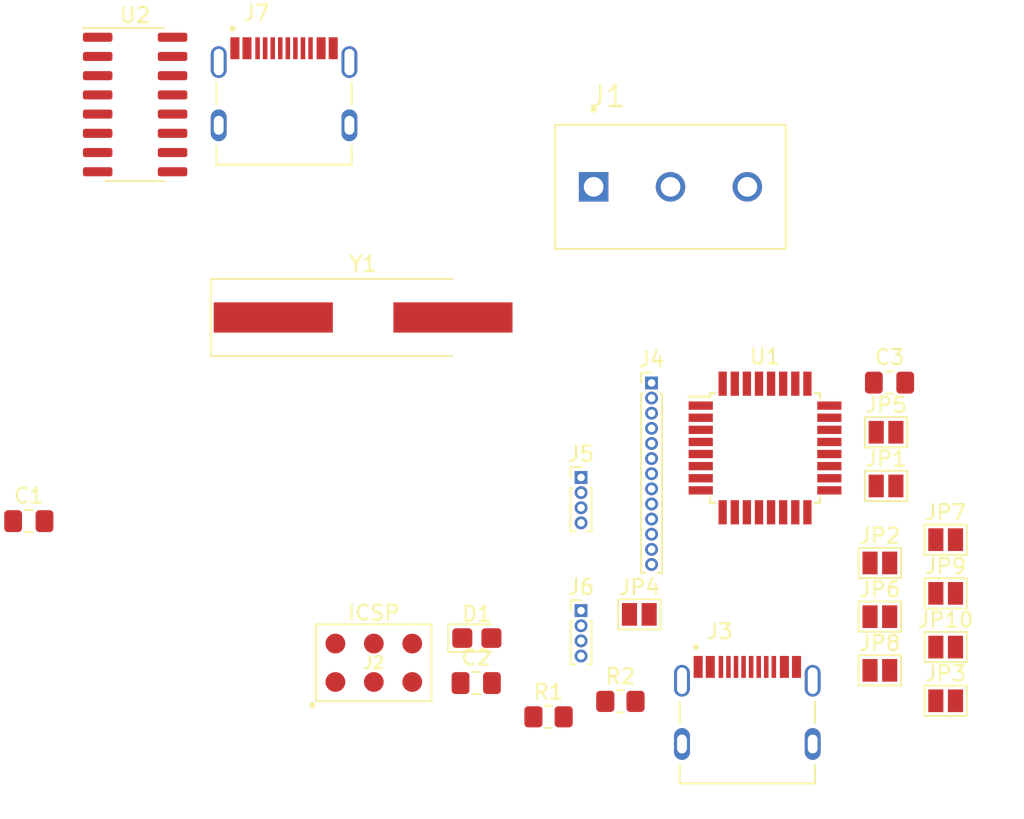
<source format=kicad_pcb>
(kicad_pcb (version 20171130) (host pcbnew "(5.1.10)-1")

  (general
    (thickness 1.6)
    (drawings 0)
    (tracks 0)
    (zones 0)
    (modules 26)
    (nets 73)
  )

  (page A4)
  (layers
    (0 F.Cu signal)
    (31 B.Cu signal)
    (32 B.Adhes user)
    (33 F.Adhes user)
    (34 B.Paste user)
    (35 F.Paste user)
    (36 B.SilkS user)
    (37 F.SilkS user)
    (38 B.Mask user)
    (39 F.Mask user)
    (40 Dwgs.User user)
    (41 Cmts.User user)
    (42 Eco1.User user)
    (43 Eco2.User user)
    (44 Edge.Cuts user)
    (45 Margin user)
    (46 B.CrtYd user)
    (47 F.CrtYd user)
    (48 B.Fab user)
    (49 F.Fab user)
  )

  (setup
    (last_trace_width 0.25)
    (trace_clearance 0.2)
    (zone_clearance 0.508)
    (zone_45_only no)
    (trace_min 0.2)
    (via_size 0.8)
    (via_drill 0.4)
    (via_min_size 0.4)
    (via_min_drill 0.3)
    (uvia_size 0.3)
    (uvia_drill 0.1)
    (uvias_allowed no)
    (uvia_min_size 0.2)
    (uvia_min_drill 0.1)
    (edge_width 0.05)
    (segment_width 0.2)
    (pcb_text_width 0.3)
    (pcb_text_size 1.5 1.5)
    (mod_edge_width 0.12)
    (mod_text_size 1 1)
    (mod_text_width 0.15)
    (pad_size 1.524 1.524)
    (pad_drill 0.762)
    (pad_to_mask_clearance 0)
    (aux_axis_origin 0 0)
    (visible_elements 7FFFFFFF)
    (pcbplotparams
      (layerselection 0x010fc_ffffffff)
      (usegerberextensions false)
      (usegerberattributes true)
      (usegerberadvancedattributes true)
      (creategerberjobfile true)
      (excludeedgelayer true)
      (linewidth 0.100000)
      (plotframeref false)
      (viasonmask false)
      (mode 1)
      (useauxorigin false)
      (hpglpennumber 1)
      (hpglpenspeed 20)
      (hpglpendiameter 15.000000)
      (psnegative false)
      (psa4output false)
      (plotreference true)
      (plotvalue true)
      (plotinvisibletext false)
      (padsonsilk false)
      (subtractmaskfromsilk false)
      (outputformat 1)
      (mirror false)
      (drillshape 1)
      (scaleselection 1)
      (outputdirectory ""))
  )

  (net 0 "")
  (net 1 "Net-(J1-Pad1)")
  (net 2 "Net-(J1-Pad2)")
  (net 3 "Net-(J1-Pad3)")
  (net 4 XTAL1)
  (net 5 GND)
  (net 6 XTAL2)
  (net 7 VCC)
  (net 8 "Net-(D1-Pad2)")
  (net 9 MOSI)
  (net 10 SCK)
  (net 11 MISO)
  (net 12 RST)
  (net 13 ENC1A)
  (net 14 ENC1B)
  (net 15 ENC2A)
  (net 16 ENC2B)
  (net 17 ENC3A)
  (net 18 ENC3B)
  (net 19 ENC4A)
  (net 20 ENC4B)
  (net 21 BTN1)
  (net 22 BTN2)
  (net 23 BTN3)
  (net 24 BTN4)
  (net 25 RX)
  (net 26 TX)
  (net 27 SCL)
  (net 28 SDA)
  (net 29 "Net-(U1-Pad14)")
  (net 30 "Net-(U1-Pad19)")
  (net 31 "Net-(U1-Pad20)")
  (net 32 "Net-(U1-Pad22)")
  (net 33 "Net-(J3-PadA6)")
  (net 34 "Net-(J3-PadB7)")
  (net 35 "Net-(J3-PadA5)")
  (net 36 "Net-(J3-PadB8)")
  (net 37 "Net-(J3-PadA7)")
  (net 38 "Net-(J3-PadB6)")
  (net 39 "Net-(J3-PadA8)")
  (net 40 "Net-(J3-PadB5)")
  (net 41 "Net-(J7-PadA1B12)")
  (net 42 "Net-(J7-PadA4B9)")
  (net 43 "Net-(J7-PadA6)")
  (net 44 "Net-(J7-PadB7)")
  (net 45 "Net-(J7-PadA5)")
  (net 46 "Net-(J7-PadB8)")
  (net 47 "Net-(J7-PadA7)")
  (net 48 "Net-(J7-PadB6)")
  (net 49 "Net-(J7-PadA8)")
  (net 50 "Net-(J7-PadB5)")
  (net 51 "Net-(J7-PadB4A9)")
  (net 52 "Net-(J7-PadB1A12)")
  (net 53 "Net-(J7-PadS1)")
  (net 54 "Net-(J7-PadS2)")
  (net 55 "Net-(J7-PadS3)")
  (net 56 "Net-(J7-PadS4)")
  (net 57 "Net-(U2-Pad1)")
  (net 58 "Net-(U2-Pad2)")
  (net 59 "Net-(U2-Pad3)")
  (net 60 "Net-(U2-Pad4)")
  (net 61 "Net-(U2-Pad5)")
  (net 62 "Net-(U2-Pad6)")
  (net 63 "Net-(U2-Pad7)")
  (net 64 "Net-(U2-Pad8)")
  (net 65 "Net-(U2-Pad9)")
  (net 66 "Net-(U2-Pad10)")
  (net 67 "Net-(U2-Pad11)")
  (net 68 "Net-(U2-Pad12)")
  (net 69 "Net-(U2-Pad13)")
  (net 70 "Net-(U2-Pad14)")
  (net 71 "Net-(U2-Pad15)")
  (net 72 "Net-(U2-Pad16)")

  (net_class Default "This is the default net class."
    (clearance 0.2)
    (trace_width 0.25)
    (via_dia 0.8)
    (via_drill 0.4)
    (uvia_dia 0.3)
    (uvia_drill 0.1)
    (add_net BTN1)
    (add_net BTN2)
    (add_net BTN3)
    (add_net BTN4)
    (add_net ENC1A)
    (add_net ENC1B)
    (add_net ENC2A)
    (add_net ENC2B)
    (add_net ENC3A)
    (add_net ENC3B)
    (add_net ENC4A)
    (add_net ENC4B)
    (add_net GND)
    (add_net MISO)
    (add_net MOSI)
    (add_net "Net-(D1-Pad2)")
    (add_net "Net-(J1-Pad1)")
    (add_net "Net-(J1-Pad2)")
    (add_net "Net-(J1-Pad3)")
    (add_net "Net-(J3-PadA5)")
    (add_net "Net-(J3-PadA6)")
    (add_net "Net-(J3-PadA7)")
    (add_net "Net-(J3-PadA8)")
    (add_net "Net-(J3-PadB5)")
    (add_net "Net-(J3-PadB6)")
    (add_net "Net-(J3-PadB7)")
    (add_net "Net-(J3-PadB8)")
    (add_net "Net-(J7-PadA1B12)")
    (add_net "Net-(J7-PadA4B9)")
    (add_net "Net-(J7-PadA5)")
    (add_net "Net-(J7-PadA6)")
    (add_net "Net-(J7-PadA7)")
    (add_net "Net-(J7-PadA8)")
    (add_net "Net-(J7-PadB1A12)")
    (add_net "Net-(J7-PadB4A9)")
    (add_net "Net-(J7-PadB5)")
    (add_net "Net-(J7-PadB6)")
    (add_net "Net-(J7-PadB7)")
    (add_net "Net-(J7-PadB8)")
    (add_net "Net-(J7-PadS1)")
    (add_net "Net-(J7-PadS2)")
    (add_net "Net-(J7-PadS3)")
    (add_net "Net-(J7-PadS4)")
    (add_net "Net-(U1-Pad14)")
    (add_net "Net-(U1-Pad19)")
    (add_net "Net-(U1-Pad20)")
    (add_net "Net-(U1-Pad22)")
    (add_net "Net-(U2-Pad1)")
    (add_net "Net-(U2-Pad10)")
    (add_net "Net-(U2-Pad11)")
    (add_net "Net-(U2-Pad12)")
    (add_net "Net-(U2-Pad13)")
    (add_net "Net-(U2-Pad14)")
    (add_net "Net-(U2-Pad15)")
    (add_net "Net-(U2-Pad16)")
    (add_net "Net-(U2-Pad2)")
    (add_net "Net-(U2-Pad3)")
    (add_net "Net-(U2-Pad4)")
    (add_net "Net-(U2-Pad5)")
    (add_net "Net-(U2-Pad6)")
    (add_net "Net-(U2-Pad7)")
    (add_net "Net-(U2-Pad8)")
    (add_net "Net-(U2-Pad9)")
    (add_net RST)
    (add_net RX)
    (add_net SCK)
    (add_net SCL)
    (add_net SDA)
    (add_net TX)
    (add_net VCC)
    (add_net XTAL1)
    (add_net XTAL2)
  )

  (module Capacitor_SMD:C_0805_2012Metric_Pad1.18x1.45mm_HandSolder (layer F.Cu) (tedit 5F68FEEF) (tstamp 6116A267)
    (at 58.279001 181.901001)
    (descr "Capacitor SMD 0805 (2012 Metric), square (rectangular) end terminal, IPC_7351 nominal with elongated pad for handsoldering. (Body size source: IPC-SM-782 page 76, https://www.pcb-3d.com/wordpress/wp-content/uploads/ipc-sm-782a_amendment_1_and_2.pdf, https://docs.google.com/spreadsheets/d/1BsfQQcO9C6DZCsRaXUlFlo91Tg2WpOkGARC1WS5S8t0/edit?usp=sharing), generated with kicad-footprint-generator")
    (tags "capacitor handsolder")
    (path /611448F1)
    (attr smd)
    (fp_text reference C2 (at 0 -1.68) (layer F.SilkS)
      (effects (font (size 1 1) (thickness 0.15)))
    )
    (fp_text value 22p (at 0 1.68) (layer F.Fab)
      (effects (font (size 1 1) (thickness 0.15)))
    )
    (fp_line (start -1 0.625) (end -1 -0.625) (layer F.Fab) (width 0.1))
    (fp_line (start -1 -0.625) (end 1 -0.625) (layer F.Fab) (width 0.1))
    (fp_line (start 1 -0.625) (end 1 0.625) (layer F.Fab) (width 0.1))
    (fp_line (start 1 0.625) (end -1 0.625) (layer F.Fab) (width 0.1))
    (fp_line (start -0.261252 -0.735) (end 0.261252 -0.735) (layer F.SilkS) (width 0.12))
    (fp_line (start -0.261252 0.735) (end 0.261252 0.735) (layer F.SilkS) (width 0.12))
    (fp_line (start -1.88 0.98) (end -1.88 -0.98) (layer F.CrtYd) (width 0.05))
    (fp_line (start -1.88 -0.98) (end 1.88 -0.98) (layer F.CrtYd) (width 0.05))
    (fp_line (start 1.88 -0.98) (end 1.88 0.98) (layer F.CrtYd) (width 0.05))
    (fp_line (start 1.88 0.98) (end -1.88 0.98) (layer F.CrtYd) (width 0.05))
    (fp_text user %R (at 0 0) (layer F.Fab)
      (effects (font (size 0.5 0.5) (thickness 0.08)))
    )
    (pad 1 smd roundrect (at -1.0375 0) (size 1.175 1.45) (layers F.Cu F.Paste F.Mask) (roundrect_rratio 0.212766)
      (net 6 XTAL2))
    (pad 2 smd roundrect (at 1.0375 0) (size 1.175 1.45) (layers F.Cu F.Paste F.Mask) (roundrect_rratio 0.212766)
      (net 5 GND))
    (model ${KISYS3DMOD}/Capacitor_SMD.3dshapes/C_0805_2012Metric.wrl
      (at (xyz 0 0 0))
      (scale (xyz 1 1 1))
      (rotate (xyz 0 0 0))
    )
  )

  (module Capacitor_SMD:C_0805_2012Metric_Pad1.18x1.45mm_HandSolder (layer F.Cu) (tedit 5F68FEEF) (tstamp 6116A278)
    (at 85.599001 162.041001)
    (descr "Capacitor SMD 0805 (2012 Metric), square (rectangular) end terminal, IPC_7351 nominal with elongated pad for handsoldering. (Body size source: IPC-SM-782 page 76, https://www.pcb-3d.com/wordpress/wp-content/uploads/ipc-sm-782a_amendment_1_and_2.pdf, https://docs.google.com/spreadsheets/d/1BsfQQcO9C6DZCsRaXUlFlo91Tg2WpOkGARC1WS5S8t0/edit?usp=sharing), generated with kicad-footprint-generator")
    (tags "capacitor handsolder")
    (path /6115564D)
    (attr smd)
    (fp_text reference C3 (at 0 -1.68) (layer F.SilkS)
      (effects (font (size 1 1) (thickness 0.15)))
    )
    (fp_text value 100n (at 0 1.68) (layer F.Fab)
      (effects (font (size 1 1) (thickness 0.15)))
    )
    (fp_line (start 1.88 0.98) (end -1.88 0.98) (layer F.CrtYd) (width 0.05))
    (fp_line (start 1.88 -0.98) (end 1.88 0.98) (layer F.CrtYd) (width 0.05))
    (fp_line (start -1.88 -0.98) (end 1.88 -0.98) (layer F.CrtYd) (width 0.05))
    (fp_line (start -1.88 0.98) (end -1.88 -0.98) (layer F.CrtYd) (width 0.05))
    (fp_line (start -0.261252 0.735) (end 0.261252 0.735) (layer F.SilkS) (width 0.12))
    (fp_line (start -0.261252 -0.735) (end 0.261252 -0.735) (layer F.SilkS) (width 0.12))
    (fp_line (start 1 0.625) (end -1 0.625) (layer F.Fab) (width 0.1))
    (fp_line (start 1 -0.625) (end 1 0.625) (layer F.Fab) (width 0.1))
    (fp_line (start -1 -0.625) (end 1 -0.625) (layer F.Fab) (width 0.1))
    (fp_line (start -1 0.625) (end -1 -0.625) (layer F.Fab) (width 0.1))
    (fp_text user %R (at 0 0) (layer F.Fab)
      (effects (font (size 0.5 0.5) (thickness 0.08)))
    )
    (pad 2 smd roundrect (at 1.0375 0) (size 1.175 1.45) (layers F.Cu F.Paste F.Mask) (roundrect_rratio 0.212766)
      (net 5 GND))
    (pad 1 smd roundrect (at -1.0375 0) (size 1.175 1.45) (layers F.Cu F.Paste F.Mask) (roundrect_rratio 0.212766)
      (net 7 VCC))
    (model ${KISYS3DMOD}/Capacitor_SMD.3dshapes/C_0805_2012Metric.wrl
      (at (xyz 0 0 0))
      (scale (xyz 1 1 1))
      (rotate (xyz 0 0 0))
    )
  )

  (module LED_SMD:LED_0805_2012Metric_Castellated (layer F.Cu) (tedit 5F68FEF1) (tstamp 6116A28B)
    (at 58.319001 178.926001)
    (descr "LED SMD 0805 (2012 Metric), castellated end terminal, IPC_7351 nominal, (Body size source: https://docs.google.com/spreadsheets/d/1BsfQQcO9C6DZCsRaXUlFlo91Tg2WpOkGARC1WS5S8t0/edit?usp=sharing), generated with kicad-footprint-generator")
    (tags "LED castellated")
    (path /6113FB23)
    (attr smd)
    (fp_text reference D1 (at 0 -1.6) (layer F.SilkS)
      (effects (font (size 1 1) (thickness 0.15)))
    )
    (fp_text value 17-21/BHC-XL2M2TY/3T (at 0 1.6) (layer F.Fab)
      (effects (font (size 1 1) (thickness 0.15)))
    )
    (fp_line (start 1 -0.6) (end -0.7 -0.6) (layer F.Fab) (width 0.1))
    (fp_line (start -0.7 -0.6) (end -1 -0.3) (layer F.Fab) (width 0.1))
    (fp_line (start -1 -0.3) (end -1 0.6) (layer F.Fab) (width 0.1))
    (fp_line (start -1 0.6) (end 1 0.6) (layer F.Fab) (width 0.1))
    (fp_line (start 1 0.6) (end 1 -0.6) (layer F.Fab) (width 0.1))
    (fp_line (start 1 -0.91) (end -1.885 -0.91) (layer F.SilkS) (width 0.12))
    (fp_line (start -1.885 -0.91) (end -1.885 0.91) (layer F.SilkS) (width 0.12))
    (fp_line (start -1.885 0.91) (end 1 0.91) (layer F.SilkS) (width 0.12))
    (fp_line (start -1.88 0.9) (end -1.88 -0.9) (layer F.CrtYd) (width 0.05))
    (fp_line (start -1.88 -0.9) (end 1.88 -0.9) (layer F.CrtYd) (width 0.05))
    (fp_line (start 1.88 -0.9) (end 1.88 0.9) (layer F.CrtYd) (width 0.05))
    (fp_line (start 1.88 0.9) (end -1.88 0.9) (layer F.CrtYd) (width 0.05))
    (fp_text user %R (at 0 0) (layer F.Fab)
      (effects (font (size 0.5 0.5) (thickness 0.08)))
    )
    (pad 1 smd roundrect (at -0.9625 0) (size 1.325 1.3) (layers F.Cu F.Paste F.Mask) (roundrect_rratio 0.192308)
      (net 5 GND))
    (pad 2 smd roundrect (at 0.9625 0) (size 1.325 1.3) (layers F.Cu F.Paste F.Mask) (roundrect_rratio 0.192308)
      (net 8 "Net-(D1-Pad2)"))
    (model ${KISYS3DMOD}/LED_SMD.3dshapes/LED_0805_2012Metric_Castellated.wrl
      (at (xyz 0 0 0))
      (scale (xyz 1 1 1))
      (rotate (xyz 0 0 0))
    )
  )

  (module AVR-ISP:AVR-ISP (layer F.Cu) (tedit 61126B73) (tstamp 6116A29B)
    (at 51.508001 180.559501)
    (path /61134728)
    (fp_text reference J2 (at 0 0) (layer F.SilkS)
      (effects (font (size 0.787402 0.787402) (thickness 0.15)))
    )
    (fp_text value AVR-ISP-6 (at 0 0) (layer F.Fab)
      (effects (font (size 0.787402 0.787402) (thickness 0.15)))
    )
    (fp_circle (center -4.064 2.794) (end -3.964 2.794) (layer F.SilkS) (width 0.2))
    (fp_line (start -3.81 2.54) (end -3.81 -2.54) (layer F.SilkS) (width 0.127))
    (fp_line (start 3.81 2.54) (end -3.81 2.54) (layer F.SilkS) (width 0.127))
    (fp_line (start 3.81 -2.54) (end 3.81 2.54) (layer F.SilkS) (width 0.127))
    (fp_line (start -3.81 -2.54) (end 3.81 -2.54) (layer F.SilkS) (width 0.127))
    (fp_text user ICSP (at 0 -3.302) (layer F.SilkS)
      (effects (font (size 1 1) (thickness 0.15)))
    )
    (pad 4 smd circle (at 0 -1.27) (size 1.308 1.308) (layers F.Cu F.Paste F.Mask)
      (net 9 MOSI))
    (pad 3 smd circle (at 0 1.27) (size 1.308 1.308) (layers F.Cu F.Paste F.Mask)
      (net 10 SCK))
    (pad 2 smd circle (at -2.54 -1.27) (size 1.308 1.308) (layers F.Cu F.Paste F.Mask)
      (net 7 VCC))
    (pad 1 smd circle (at -2.54 1.27) (size 1.308 1.308) (layers F.Cu F.Paste F.Mask)
      (net 11 MISO))
    (pad 5 smd circle (at 2.54 1.27) (size 1.308 1.308) (layers F.Cu F.Paste F.Mask)
      (net 12 RST))
    (pad 6 smd circle (at 2.54 -1.27) (size 1.308 1.308) (layers F.Cu F.Paste F.Mask)
      (net 5 GND))
  )

  (module HRO_TYPE-C-31-M-12:HRO_TYPE-C-31-M-12 (layer F.Cu) (tedit 6112D184) (tstamp 6116A2C0)
    (at 76.2 185.928)
    (path /6112D89A)
    (fp_text reference J3 (at -1.825 -7.435) (layer F.SilkS)
      (effects (font (size 1 1) (thickness 0.15)))
    )
    (fp_text value TYPE-C-31-M-12 (at 6.43 4.135) (layer F.Fab)
      (effects (font (size 1 1) (thickness 0.15)))
    )
    (fp_line (start -4.47 2.6) (end 4.47 2.6) (layer F.Fab) (width 0.127))
    (fp_line (start 4.47 2.6) (end 4.47 -4.7) (layer F.Fab) (width 0.127))
    (fp_line (start 4.47 -4.7) (end -4.47 -4.7) (layer F.Fab) (width 0.127))
    (fp_line (start -4.47 -4.7) (end -4.47 2.6) (layer F.Fab) (width 0.127))
    (fp_line (start -4.47 -2.81) (end -4.47 -1.37) (layer F.SilkS) (width 0.127))
    (fp_line (start 4.47 -2.81) (end 4.47 -1.37) (layer F.SilkS) (width 0.127))
    (fp_line (start 4.47 1.37) (end 4.47 2.6) (layer F.SilkS) (width 0.127))
    (fp_line (start 4.47 2.6) (end -4.47 2.6) (layer F.SilkS) (width 0.127))
    (fp_line (start -4.47 2.6) (end -4.47 1.37) (layer F.SilkS) (width 0.127))
    (fp_line (start -5.095 2.85) (end 5.095 2.85) (layer F.CrtYd) (width 0.05))
    (fp_line (start 5.095 2.85) (end 5.095 -6.07) (layer F.CrtYd) (width 0.05))
    (fp_line (start 5.095 -6.07) (end -5.095 -6.07) (layer F.CrtYd) (width 0.05))
    (fp_line (start -5.095 -6.07) (end -5.095 2.85) (layer F.CrtYd) (width 0.05))
    (fp_circle (center -3.4 -6.4) (end -3.3 -6.4) (layer F.Fab) (width 0.2))
    (fp_circle (center -3.4 -6.4) (end -3.3 -6.4) (layer F.SilkS) (width 0.2))
    (pad A1B12 smd rect (at -3.25 -5.095) (size 0.6 1.45) (layers F.Cu F.Paste F.Mask)
      (net 5 GND))
    (pad A4B9 smd rect (at -2.45 -5.095) (size 0.6 1.45) (layers F.Cu F.Paste F.Mask)
      (net 7 VCC))
    (pad A6 smd rect (at -0.25 -5.095) (size 0.3 1.45) (layers F.Cu F.Paste F.Mask)
      (net 33 "Net-(J3-PadA6)"))
    (pad B7 smd rect (at -0.75 -5.095) (size 0.3 1.45) (layers F.Cu F.Paste F.Mask)
      (net 34 "Net-(J3-PadB7)"))
    (pad A5 smd rect (at -1.25 -5.095) (size 0.3 1.45) (layers F.Cu F.Paste F.Mask)
      (net 35 "Net-(J3-PadA5)"))
    (pad B8 smd rect (at -1.75 -5.095) (size 0.3 1.45) (layers F.Cu F.Paste F.Mask)
      (net 36 "Net-(J3-PadB8)"))
    (pad A7 smd rect (at 0.25 -5.095) (size 0.3 1.45) (layers F.Cu F.Paste F.Mask)
      (net 37 "Net-(J3-PadA7)"))
    (pad B6 smd rect (at 0.75 -5.095) (size 0.3 1.45) (layers F.Cu F.Paste F.Mask)
      (net 38 "Net-(J3-PadB6)"))
    (pad A8 smd rect (at 1.25 -5.095) (size 0.3 1.45) (layers F.Cu F.Paste F.Mask)
      (net 39 "Net-(J3-PadA8)"))
    (pad B5 smd rect (at 1.75 -5.095) (size 0.3 1.45) (layers F.Cu F.Paste F.Mask)
      (net 40 "Net-(J3-PadB5)"))
    (pad B4A9 smd rect (at 2.45 -5.095) (size 0.6 1.45) (layers F.Cu F.Paste F.Mask)
      (net 7 VCC))
    (pad B1A12 smd rect (at 3.25 -5.095) (size 0.6 1.45) (layers F.Cu F.Paste F.Mask)
      (net 5 GND))
    (pad S1 thru_hole oval (at -4.32 -4.18) (size 1.05 2.1) (drill oval 0.65 1.75) (layers *.Cu *.Mask)
      (net 5 GND))
    (pad S2 thru_hole oval (at 4.32 -4.18) (size 1.05 2.1) (drill oval 0.65 1.75) (layers *.Cu *.Mask)
      (net 5 GND))
    (pad S3 thru_hole oval (at -4.32 0) (size 1.05 2.1) (drill oval 0.65 1.25) (layers *.Cu *.Mask)
      (net 5 GND))
    (pad S4 thru_hole oval (at 4.32 0) (size 1.05 2.1) (drill oval 0.65 1.25) (layers *.Cu *.Mask)
      (net 5 GND))
    (pad None np_thru_hole circle (at -2.89 -3.65) (size 0.7 0.7) (drill 0.7) (layers *.Cu *.Mask))
    (pad None np_thru_hole circle (at 2.89 -3.65) (size 0.7 0.7) (drill 0.7) (layers *.Cu *.Mask))
    (model ${KIPRJMOD}/Libraries/HRO_TYPE-C-31-M-12.models/TYPE-C-31-M-12.step
      (at (xyz 0 0 0))
      (scale (xyz 1 1 1))
      (rotate (xyz -90 0 0))
    )
  )

  (module Connector_PinHeader_1.00mm:PinHeader_1x13_P1.00mm_Vertical (layer F.Cu) (tedit 59FED738) (tstamp 6116A2E3)
    (at 69.869001 162.061001)
    (descr "Through hole straight pin header, 1x13, 1.00mm pitch, single row")
    (tags "Through hole pin header THT 1x13 1.00mm single row")
    (path /61285557)
    (fp_text reference J4 (at 0 -1.56) (layer F.SilkS)
      (effects (font (size 1 1) (thickness 0.15)))
    )
    (fp_text value Conn_01x13 (at 0 13.56) (layer F.Fab)
      (effects (font (size 1 1) (thickness 0.15)))
    )
    (fp_line (start -0.3175 -0.5) (end 0.635 -0.5) (layer F.Fab) (width 0.1))
    (fp_line (start 0.635 -0.5) (end 0.635 12.5) (layer F.Fab) (width 0.1))
    (fp_line (start 0.635 12.5) (end -0.635 12.5) (layer F.Fab) (width 0.1))
    (fp_line (start -0.635 12.5) (end -0.635 -0.1825) (layer F.Fab) (width 0.1))
    (fp_line (start -0.635 -0.1825) (end -0.3175 -0.5) (layer F.Fab) (width 0.1))
    (fp_line (start -0.695 12.56) (end -0.394493 12.56) (layer F.SilkS) (width 0.12))
    (fp_line (start 0.394493 12.56) (end 0.695 12.56) (layer F.SilkS) (width 0.12))
    (fp_line (start -0.695 0.685) (end -0.695 12.56) (layer F.SilkS) (width 0.12))
    (fp_line (start 0.695 0.685) (end 0.695 12.56) (layer F.SilkS) (width 0.12))
    (fp_line (start -0.695 0.685) (end -0.608276 0.685) (layer F.SilkS) (width 0.12))
    (fp_line (start 0.608276 0.685) (end 0.695 0.685) (layer F.SilkS) (width 0.12))
    (fp_line (start -0.695 0) (end -0.695 -0.685) (layer F.SilkS) (width 0.12))
    (fp_line (start -0.695 -0.685) (end 0 -0.685) (layer F.SilkS) (width 0.12))
    (fp_line (start -1.15 -1) (end -1.15 13) (layer F.CrtYd) (width 0.05))
    (fp_line (start -1.15 13) (end 1.15 13) (layer F.CrtYd) (width 0.05))
    (fp_line (start 1.15 13) (end 1.15 -1) (layer F.CrtYd) (width 0.05))
    (fp_line (start 1.15 -1) (end -1.15 -1) (layer F.CrtYd) (width 0.05))
    (fp_text user %R (at 0 6 90) (layer F.Fab)
      (effects (font (size 0.76 0.76) (thickness 0.114)))
    )
    (pad 1 thru_hole rect (at 0 0) (size 0.85 0.85) (drill 0.5) (layers *.Cu *.Mask)
      (net 5 GND))
    (pad 2 thru_hole oval (at 0 1) (size 0.85 0.85) (drill 0.5) (layers *.Cu *.Mask)
      (net 13 ENC1A))
    (pad 3 thru_hole oval (at 0 2) (size 0.85 0.85) (drill 0.5) (layers *.Cu *.Mask)
      (net 14 ENC1B))
    (pad 4 thru_hole oval (at 0 3) (size 0.85 0.85) (drill 0.5) (layers *.Cu *.Mask)
      (net 15 ENC2A))
    (pad 5 thru_hole oval (at 0 4) (size 0.85 0.85) (drill 0.5) (layers *.Cu *.Mask)
      (net 16 ENC2B))
    (pad 6 thru_hole oval (at 0 5) (size 0.85 0.85) (drill 0.5) (layers *.Cu *.Mask)
      (net 17 ENC3A))
    (pad 7 thru_hole oval (at 0 6) (size 0.85 0.85) (drill 0.5) (layers *.Cu *.Mask)
      (net 18 ENC3B))
    (pad 8 thru_hole oval (at 0 7) (size 0.85 0.85) (drill 0.5) (layers *.Cu *.Mask)
      (net 19 ENC4A))
    (pad 9 thru_hole oval (at 0 8) (size 0.85 0.85) (drill 0.5) (layers *.Cu *.Mask)
      (net 20 ENC4B))
    (pad 10 thru_hole oval (at 0 9) (size 0.85 0.85) (drill 0.5) (layers *.Cu *.Mask)
      (net 21 BTN1))
    (pad 11 thru_hole oval (at 0 10) (size 0.85 0.85) (drill 0.5) (layers *.Cu *.Mask)
      (net 22 BTN2))
    (pad 12 thru_hole oval (at 0 11) (size 0.85 0.85) (drill 0.5) (layers *.Cu *.Mask)
      (net 23 BTN3))
    (pad 13 thru_hole oval (at 0 12) (size 0.85 0.85) (drill 0.5) (layers *.Cu *.Mask)
      (net 24 BTN4))
    (model ${KISYS3DMOD}/Connector_PinHeader_1.00mm.3dshapes/PinHeader_1x13_P1.00mm_Vertical.wrl
      (at (xyz 0 0 0))
      (scale (xyz 1 1 1))
      (rotate (xyz 0 0 0))
    )
  )

  (module Connector_PinHeader_1.00mm:PinHeader_1x04_P1.00mm_Vertical (layer F.Cu) (tedit 59FED738) (tstamp 6116A2FD)
    (at 65.209001 168.311001)
    (descr "Through hole straight pin header, 1x04, 1.00mm pitch, single row")
    (tags "Through hole pin header THT 1x04 1.00mm single row")
    (path /613031C0)
    (fp_text reference J5 (at 0 -1.56) (layer F.SilkS)
      (effects (font (size 1 1) (thickness 0.15)))
    )
    (fp_text value Conn_01x04 (at 0 4.56) (layer F.Fab)
      (effects (font (size 1 1) (thickness 0.15)))
    )
    (fp_line (start -0.3175 -0.5) (end 0.635 -0.5) (layer F.Fab) (width 0.1))
    (fp_line (start 0.635 -0.5) (end 0.635 3.5) (layer F.Fab) (width 0.1))
    (fp_line (start 0.635 3.5) (end -0.635 3.5) (layer F.Fab) (width 0.1))
    (fp_line (start -0.635 3.5) (end -0.635 -0.1825) (layer F.Fab) (width 0.1))
    (fp_line (start -0.635 -0.1825) (end -0.3175 -0.5) (layer F.Fab) (width 0.1))
    (fp_line (start -0.695 3.56) (end -0.394493 3.56) (layer F.SilkS) (width 0.12))
    (fp_line (start 0.394493 3.56) (end 0.695 3.56) (layer F.SilkS) (width 0.12))
    (fp_line (start -0.695 0.685) (end -0.695 3.56) (layer F.SilkS) (width 0.12))
    (fp_line (start 0.695 0.685) (end 0.695 3.56) (layer F.SilkS) (width 0.12))
    (fp_line (start -0.695 0.685) (end -0.608276 0.685) (layer F.SilkS) (width 0.12))
    (fp_line (start 0.608276 0.685) (end 0.695 0.685) (layer F.SilkS) (width 0.12))
    (fp_line (start -0.695 0) (end -0.695 -0.685) (layer F.SilkS) (width 0.12))
    (fp_line (start -0.695 -0.685) (end 0 -0.685) (layer F.SilkS) (width 0.12))
    (fp_line (start -1.15 -1) (end -1.15 4) (layer F.CrtYd) (width 0.05))
    (fp_line (start -1.15 4) (end 1.15 4) (layer F.CrtYd) (width 0.05))
    (fp_line (start 1.15 4) (end 1.15 -1) (layer F.CrtYd) (width 0.05))
    (fp_line (start 1.15 -1) (end -1.15 -1) (layer F.CrtYd) (width 0.05))
    (fp_text user %R (at 0 1.5 90) (layer F.Fab)
      (effects (font (size 0.76 0.76) (thickness 0.114)))
    )
    (pad 1 thru_hole rect (at 0 0) (size 0.85 0.85) (drill 0.5) (layers *.Cu *.Mask)
      (net 5 GND))
    (pad 2 thru_hole oval (at 0 1) (size 0.85 0.85) (drill 0.5) (layers *.Cu *.Mask)
      (net 25 RX))
    (pad 3 thru_hole oval (at 0 2) (size 0.85 0.85) (drill 0.5) (layers *.Cu *.Mask)
      (net 26 TX))
    (pad 4 thru_hole oval (at 0 3) (size 0.85 0.85) (drill 0.5) (layers *.Cu *.Mask)
      (net 12 RST))
    (model ${KISYS3DMOD}/Connector_PinHeader_1.00mm.3dshapes/PinHeader_1x04_P1.00mm_Vertical.wrl
      (at (xyz 0 0 0))
      (scale (xyz 1 1 1))
      (rotate (xyz 0 0 0))
    )
  )

  (module Connector_PinHeader_1.00mm:PinHeader_1x04_P1.00mm_Vertical (layer F.Cu) (tedit 59FED738) (tstamp 6116A317)
    (at 65.209001 177.111001)
    (descr "Through hole straight pin header, 1x04, 1.00mm pitch, single row")
    (tags "Through hole pin header THT 1x04 1.00mm single row")
    (path /613021A3)
    (fp_text reference J6 (at 0 -1.56) (layer F.SilkS)
      (effects (font (size 1 1) (thickness 0.15)))
    )
    (fp_text value Conn_01x04 (at 0 4.56) (layer F.Fab)
      (effects (font (size 1 1) (thickness 0.15)))
    )
    (fp_line (start 1.15 -1) (end -1.15 -1) (layer F.CrtYd) (width 0.05))
    (fp_line (start 1.15 4) (end 1.15 -1) (layer F.CrtYd) (width 0.05))
    (fp_line (start -1.15 4) (end 1.15 4) (layer F.CrtYd) (width 0.05))
    (fp_line (start -1.15 -1) (end -1.15 4) (layer F.CrtYd) (width 0.05))
    (fp_line (start -0.695 -0.685) (end 0 -0.685) (layer F.SilkS) (width 0.12))
    (fp_line (start -0.695 0) (end -0.695 -0.685) (layer F.SilkS) (width 0.12))
    (fp_line (start 0.608276 0.685) (end 0.695 0.685) (layer F.SilkS) (width 0.12))
    (fp_line (start -0.695 0.685) (end -0.608276 0.685) (layer F.SilkS) (width 0.12))
    (fp_line (start 0.695 0.685) (end 0.695 3.56) (layer F.SilkS) (width 0.12))
    (fp_line (start -0.695 0.685) (end -0.695 3.56) (layer F.SilkS) (width 0.12))
    (fp_line (start 0.394493 3.56) (end 0.695 3.56) (layer F.SilkS) (width 0.12))
    (fp_line (start -0.695 3.56) (end -0.394493 3.56) (layer F.SilkS) (width 0.12))
    (fp_line (start -0.635 -0.1825) (end -0.3175 -0.5) (layer F.Fab) (width 0.1))
    (fp_line (start -0.635 3.5) (end -0.635 -0.1825) (layer F.Fab) (width 0.1))
    (fp_line (start 0.635 3.5) (end -0.635 3.5) (layer F.Fab) (width 0.1))
    (fp_line (start 0.635 -0.5) (end 0.635 3.5) (layer F.Fab) (width 0.1))
    (fp_line (start -0.3175 -0.5) (end 0.635 -0.5) (layer F.Fab) (width 0.1))
    (fp_text user %R (at 0 1.5 90) (layer F.Fab)
      (effects (font (size 0.76 0.76) (thickness 0.114)))
    )
    (pad 4 thru_hole oval (at 0 3) (size 0.85 0.85) (drill 0.5) (layers *.Cu *.Mask)
      (net 7 VCC))
    (pad 3 thru_hole oval (at 0 2) (size 0.85 0.85) (drill 0.5) (layers *.Cu *.Mask)
      (net 27 SCL))
    (pad 2 thru_hole oval (at 0 1) (size 0.85 0.85) (drill 0.5) (layers *.Cu *.Mask)
      (net 28 SDA))
    (pad 1 thru_hole rect (at 0 0) (size 0.85 0.85) (drill 0.5) (layers *.Cu *.Mask)
      (net 5 GND))
    (model ${KISYS3DMOD}/Connector_PinHeader_1.00mm.3dshapes/PinHeader_1x04_P1.00mm_Vertical.wrl
      (at (xyz 0 0 0))
      (scale (xyz 1 1 1))
      (rotate (xyz 0 0 0))
    )
  )

  (module Jumper:SolderJumper-2_P1.3mm_Open_Pad1.0x1.5mm (layer F.Cu) (tedit 5A3EABFC) (tstamp 6116A325)
    (at 85.369001 168.871001)
    (descr "SMD Solder Jumper, 1x1.5mm Pads, 0.3mm gap, open")
    (tags "solder jumper open")
    (path /6113282A)
    (attr virtual)
    (fp_text reference JP1 (at 0 -1.8) (layer F.SilkS)
      (effects (font (size 1 1) (thickness 0.15)))
    )
    (fp_text value SolderJumper (at 0 1.9) (layer F.Fab)
      (effects (font (size 1 1) (thickness 0.15)))
    )
    (fp_line (start -1.4 1) (end -1.4 -1) (layer F.SilkS) (width 0.12))
    (fp_line (start 1.4 1) (end -1.4 1) (layer F.SilkS) (width 0.12))
    (fp_line (start 1.4 -1) (end 1.4 1) (layer F.SilkS) (width 0.12))
    (fp_line (start -1.4 -1) (end 1.4 -1) (layer F.SilkS) (width 0.12))
    (fp_line (start -1.65 -1.25) (end 1.65 -1.25) (layer F.CrtYd) (width 0.05))
    (fp_line (start -1.65 -1.25) (end -1.65 1.25) (layer F.CrtYd) (width 0.05))
    (fp_line (start 1.65 1.25) (end 1.65 -1.25) (layer F.CrtYd) (width 0.05))
    (fp_line (start 1.65 1.25) (end -1.65 1.25) (layer F.CrtYd) (width 0.05))
    (pad 2 smd rect (at 0.65 0) (size 1 1.5) (layers F.Cu F.Mask)
      (net 33 "Net-(J3-PadA6)"))
    (pad 1 smd rect (at -0.65 0) (size 1 1.5) (layers F.Cu F.Mask)
      (net 28 SDA))
  )

  (module Jumper:SolderJumper-2_P1.3mm_Open_Pad1.0x1.5mm (layer F.Cu) (tedit 5A3EABFC) (tstamp 6116A333)
    (at 84.959001 173.961001)
    (descr "SMD Solder Jumper, 1x1.5mm Pads, 0.3mm gap, open")
    (tags "solder jumper open")
    (path /611823D1)
    (attr virtual)
    (fp_text reference JP2 (at 0 -1.8) (layer F.SilkS)
      (effects (font (size 1 1) (thickness 0.15)))
    )
    (fp_text value SolderJumper (at 0 1.9) (layer F.Fab)
      (effects (font (size 1 1) (thickness 0.15)))
    )
    (fp_line (start 1.65 1.25) (end -1.65 1.25) (layer F.CrtYd) (width 0.05))
    (fp_line (start 1.65 1.25) (end 1.65 -1.25) (layer F.CrtYd) (width 0.05))
    (fp_line (start -1.65 -1.25) (end -1.65 1.25) (layer F.CrtYd) (width 0.05))
    (fp_line (start -1.65 -1.25) (end 1.65 -1.25) (layer F.CrtYd) (width 0.05))
    (fp_line (start -1.4 -1) (end 1.4 -1) (layer F.SilkS) (width 0.12))
    (fp_line (start 1.4 -1) (end 1.4 1) (layer F.SilkS) (width 0.12))
    (fp_line (start 1.4 1) (end -1.4 1) (layer F.SilkS) (width 0.12))
    (fp_line (start -1.4 1) (end -1.4 -1) (layer F.SilkS) (width 0.12))
    (pad 1 smd rect (at -0.65 0) (size 1 1.5) (layers F.Cu F.Mask)
      (net 25 RX))
    (pad 2 smd rect (at 0.65 0) (size 1 1.5) (layers F.Cu F.Mask)
      (net 33 "Net-(J3-PadA6)"))
  )

  (module Jumper:SolderJumper-2_P1.3mm_Open_Pad1.0x1.5mm (layer F.Cu) (tedit 5A3EABFC) (tstamp 6116A341)
    (at 89.309001 183.071001)
    (descr "SMD Solder Jumper, 1x1.5mm Pads, 0.3mm gap, open")
    (tags "solder jumper open")
    (path /6118262C)
    (attr virtual)
    (fp_text reference JP3 (at 0 -1.8) (layer F.SilkS)
      (effects (font (size 1 1) (thickness 0.15)))
    )
    (fp_text value SolderJumper (at 0 1.9) (layer F.Fab)
      (effects (font (size 1 1) (thickness 0.15)))
    )
    (fp_line (start 1.65 1.25) (end -1.65 1.25) (layer F.CrtYd) (width 0.05))
    (fp_line (start 1.65 1.25) (end 1.65 -1.25) (layer F.CrtYd) (width 0.05))
    (fp_line (start -1.65 -1.25) (end -1.65 1.25) (layer F.CrtYd) (width 0.05))
    (fp_line (start -1.65 -1.25) (end 1.65 -1.25) (layer F.CrtYd) (width 0.05))
    (fp_line (start -1.4 -1) (end 1.4 -1) (layer F.SilkS) (width 0.12))
    (fp_line (start 1.4 -1) (end 1.4 1) (layer F.SilkS) (width 0.12))
    (fp_line (start 1.4 1) (end -1.4 1) (layer F.SilkS) (width 0.12))
    (fp_line (start -1.4 1) (end -1.4 -1) (layer F.SilkS) (width 0.12))
    (pad 1 smd rect (at -0.65 0) (size 1 1.5) (layers F.Cu F.Mask)
      (net 27 SCL))
    (pad 2 smd rect (at 0.65 0) (size 1 1.5) (layers F.Cu F.Mask)
      (net 37 "Net-(J3-PadA7)"))
  )

  (module Jumper:SolderJumper-2_P1.3mm_Open_Pad1.0x1.5mm (layer F.Cu) (tedit 5A3EABFC) (tstamp 6116A34F)
    (at 69.059001 177.361001)
    (descr "SMD Solder Jumper, 1x1.5mm Pads, 0.3mm gap, open")
    (tags "solder jumper open")
    (path /61182926)
    (attr virtual)
    (fp_text reference JP4 (at 0 -1.8) (layer F.SilkS)
      (effects (font (size 1 1) (thickness 0.15)))
    )
    (fp_text value SolderJumper (at 0 1.9) (layer F.Fab)
      (effects (font (size 1 1) (thickness 0.15)))
    )
    (fp_line (start -1.4 1) (end -1.4 -1) (layer F.SilkS) (width 0.12))
    (fp_line (start 1.4 1) (end -1.4 1) (layer F.SilkS) (width 0.12))
    (fp_line (start 1.4 -1) (end 1.4 1) (layer F.SilkS) (width 0.12))
    (fp_line (start -1.4 -1) (end 1.4 -1) (layer F.SilkS) (width 0.12))
    (fp_line (start -1.65 -1.25) (end 1.65 -1.25) (layer F.CrtYd) (width 0.05))
    (fp_line (start -1.65 -1.25) (end -1.65 1.25) (layer F.CrtYd) (width 0.05))
    (fp_line (start 1.65 1.25) (end 1.65 -1.25) (layer F.CrtYd) (width 0.05))
    (fp_line (start 1.65 1.25) (end -1.65 1.25) (layer F.CrtYd) (width 0.05))
    (pad 2 smd rect (at 0.65 0) (size 1 1.5) (layers F.Cu F.Mask)
      (net 37 "Net-(J3-PadA7)"))
    (pad 1 smd rect (at -0.65 0) (size 1 1.5) (layers F.Cu F.Mask)
      (net 26 TX))
  )

  (module Jumper:SolderJumper-2_P1.3mm_Open_Pad1.0x1.5mm (layer F.Cu) (tedit 5A3EABFC) (tstamp 6116A35D)
    (at 85.369001 165.321001)
    (descr "SMD Solder Jumper, 1x1.5mm Pads, 0.3mm gap, open")
    (tags "solder jumper open")
    (path /611B209C)
    (attr virtual)
    (fp_text reference JP5 (at 0 -1.8) (layer F.SilkS)
      (effects (font (size 1 1) (thickness 0.15)))
    )
    (fp_text value SolderJumper (at 0 1.9) (layer F.Fab)
      (effects (font (size 1 1) (thickness 0.15)))
    )
    (fp_line (start 1.65 1.25) (end -1.65 1.25) (layer F.CrtYd) (width 0.05))
    (fp_line (start 1.65 1.25) (end 1.65 -1.25) (layer F.CrtYd) (width 0.05))
    (fp_line (start -1.65 -1.25) (end -1.65 1.25) (layer F.CrtYd) (width 0.05))
    (fp_line (start -1.65 -1.25) (end 1.65 -1.25) (layer F.CrtYd) (width 0.05))
    (fp_line (start -1.4 -1) (end 1.4 -1) (layer F.SilkS) (width 0.12))
    (fp_line (start 1.4 -1) (end 1.4 1) (layer F.SilkS) (width 0.12))
    (fp_line (start 1.4 1) (end -1.4 1) (layer F.SilkS) (width 0.12))
    (fp_line (start -1.4 1) (end -1.4 -1) (layer F.SilkS) (width 0.12))
    (pad 1 smd rect (at -0.65 0) (size 1 1.5) (layers F.Cu F.Mask)
      (net 12 RST))
    (pad 2 smd rect (at 0.65 0) (size 1 1.5) (layers F.Cu F.Mask)
      (net 39 "Net-(J3-PadA8)"))
  )

  (module Jumper:SolderJumper-2_P1.3mm_Open_Pad1.0x1.5mm (layer F.Cu) (tedit 5A3EABFC) (tstamp 6116A36B)
    (at 84.959001 177.511001)
    (descr "SMD Solder Jumper, 1x1.5mm Pads, 0.3mm gap, open")
    (tags "solder jumper open")
    (path /611BB7CB)
    (attr virtual)
    (fp_text reference JP6 (at 0 -1.8) (layer F.SilkS)
      (effects (font (size 1 1) (thickness 0.15)))
    )
    (fp_text value SolderJumper (at 0 1.9) (layer F.Fab)
      (effects (font (size 1 1) (thickness 0.15)))
    )
    (fp_line (start -1.4 1) (end -1.4 -1) (layer F.SilkS) (width 0.12))
    (fp_line (start 1.4 1) (end -1.4 1) (layer F.SilkS) (width 0.12))
    (fp_line (start 1.4 -1) (end 1.4 1) (layer F.SilkS) (width 0.12))
    (fp_line (start -1.4 -1) (end 1.4 -1) (layer F.SilkS) (width 0.12))
    (fp_line (start -1.65 -1.25) (end 1.65 -1.25) (layer F.CrtYd) (width 0.05))
    (fp_line (start -1.65 -1.25) (end -1.65 1.25) (layer F.CrtYd) (width 0.05))
    (fp_line (start 1.65 1.25) (end 1.65 -1.25) (layer F.CrtYd) (width 0.05))
    (fp_line (start 1.65 1.25) (end -1.65 1.25) (layer F.CrtYd) (width 0.05))
    (pad 2 smd rect (at 0.65 0) (size 1 1.5) (layers F.Cu F.Mask)
      (net 36 "Net-(J3-PadB8)"))
    (pad 1 smd rect (at -0.65 0) (size 1 1.5) (layers F.Cu F.Mask)
      (net 12 RST))
  )

  (module Jumper:SolderJumper-2_P1.3mm_Open_Pad1.0x1.5mm (layer F.Cu) (tedit 5A3EABFC) (tstamp 6116A379)
    (at 89.309001 172.421001)
    (descr "SMD Solder Jumper, 1x1.5mm Pads, 0.3mm gap, open")
    (tags "solder jumper open")
    (path /611A358D)
    (attr virtual)
    (fp_text reference JP7 (at 0 -1.8) (layer F.SilkS)
      (effects (font (size 1 1) (thickness 0.15)))
    )
    (fp_text value SolderJumper (at 0 1.9) (layer F.Fab)
      (effects (font (size 1 1) (thickness 0.15)))
    )
    (fp_line (start -1.4 1) (end -1.4 -1) (layer F.SilkS) (width 0.12))
    (fp_line (start 1.4 1) (end -1.4 1) (layer F.SilkS) (width 0.12))
    (fp_line (start 1.4 -1) (end 1.4 1) (layer F.SilkS) (width 0.12))
    (fp_line (start -1.4 -1) (end 1.4 -1) (layer F.SilkS) (width 0.12))
    (fp_line (start -1.65 -1.25) (end 1.65 -1.25) (layer F.CrtYd) (width 0.05))
    (fp_line (start -1.65 -1.25) (end -1.65 1.25) (layer F.CrtYd) (width 0.05))
    (fp_line (start 1.65 1.25) (end 1.65 -1.25) (layer F.CrtYd) (width 0.05))
    (fp_line (start 1.65 1.25) (end -1.65 1.25) (layer F.CrtYd) (width 0.05))
    (pad 2 smd rect (at 0.65 0) (size 1 1.5) (layers F.Cu F.Mask)
      (net 34 "Net-(J3-PadB7)"))
    (pad 1 smd rect (at -0.65 0) (size 1 1.5) (layers F.Cu F.Mask)
      (net 26 TX))
  )

  (module Jumper:SolderJumper-2_P1.3mm_Open_Pad1.0x1.5mm (layer F.Cu) (tedit 5A3EABFC) (tstamp 6116A387)
    (at 84.959001 181.061001)
    (descr "SMD Solder Jumper, 1x1.5mm Pads, 0.3mm gap, open")
    (tags "solder jumper open")
    (path /611A3587)
    (attr virtual)
    (fp_text reference JP8 (at 0 -1.8) (layer F.SilkS)
      (effects (font (size 1 1) (thickness 0.15)))
    )
    (fp_text value SolderJumper (at 0 1.9) (layer F.Fab)
      (effects (font (size 1 1) (thickness 0.15)))
    )
    (fp_line (start 1.65 1.25) (end -1.65 1.25) (layer F.CrtYd) (width 0.05))
    (fp_line (start 1.65 1.25) (end 1.65 -1.25) (layer F.CrtYd) (width 0.05))
    (fp_line (start -1.65 -1.25) (end -1.65 1.25) (layer F.CrtYd) (width 0.05))
    (fp_line (start -1.65 -1.25) (end 1.65 -1.25) (layer F.CrtYd) (width 0.05))
    (fp_line (start -1.4 -1) (end 1.4 -1) (layer F.SilkS) (width 0.12))
    (fp_line (start 1.4 -1) (end 1.4 1) (layer F.SilkS) (width 0.12))
    (fp_line (start 1.4 1) (end -1.4 1) (layer F.SilkS) (width 0.12))
    (fp_line (start -1.4 1) (end -1.4 -1) (layer F.SilkS) (width 0.12))
    (pad 1 smd rect (at -0.65 0) (size 1 1.5) (layers F.Cu F.Mask)
      (net 27 SCL))
    (pad 2 smd rect (at 0.65 0) (size 1 1.5) (layers F.Cu F.Mask)
      (net 34 "Net-(J3-PadB7)"))
  )

  (module Jumper:SolderJumper-2_P1.3mm_Open_Pad1.0x1.5mm (layer F.Cu) (tedit 5A3EABFC) (tstamp 6116A395)
    (at 89.309001 175.971001)
    (descr "SMD Solder Jumper, 1x1.5mm Pads, 0.3mm gap, open")
    (tags "solder jumper open")
    (path /611A3581)
    (attr virtual)
    (fp_text reference JP9 (at 0 -1.8) (layer F.SilkS)
      (effects (font (size 1 1) (thickness 0.15)))
    )
    (fp_text value SolderJumper (at 0 1.9) (layer F.Fab)
      (effects (font (size 1 1) (thickness 0.15)))
    )
    (fp_line (start 1.65 1.25) (end -1.65 1.25) (layer F.CrtYd) (width 0.05))
    (fp_line (start 1.65 1.25) (end 1.65 -1.25) (layer F.CrtYd) (width 0.05))
    (fp_line (start -1.65 -1.25) (end -1.65 1.25) (layer F.CrtYd) (width 0.05))
    (fp_line (start -1.65 -1.25) (end 1.65 -1.25) (layer F.CrtYd) (width 0.05))
    (fp_line (start -1.4 -1) (end 1.4 -1) (layer F.SilkS) (width 0.12))
    (fp_line (start 1.4 -1) (end 1.4 1) (layer F.SilkS) (width 0.12))
    (fp_line (start 1.4 1) (end -1.4 1) (layer F.SilkS) (width 0.12))
    (fp_line (start -1.4 1) (end -1.4 -1) (layer F.SilkS) (width 0.12))
    (pad 1 smd rect (at -0.65 0) (size 1 1.5) (layers F.Cu F.Mask)
      (net 25 RX))
    (pad 2 smd rect (at 0.65 0) (size 1 1.5) (layers F.Cu F.Mask)
      (net 38 "Net-(J3-PadB6)"))
  )

  (module Jumper:SolderJumper-2_P1.3mm_Open_Pad1.0x1.5mm (layer F.Cu) (tedit 5A3EABFC) (tstamp 6116A3A3)
    (at 89.309001 179.521001)
    (descr "SMD Solder Jumper, 1x1.5mm Pads, 0.3mm gap, open")
    (tags "solder jumper open")
    (path /611A3577)
    (attr virtual)
    (fp_text reference JP10 (at 0 -1.8) (layer F.SilkS)
      (effects (font (size 1 1) (thickness 0.15)))
    )
    (fp_text value SolderJumper (at 0 1.9) (layer F.Fab)
      (effects (font (size 1 1) (thickness 0.15)))
    )
    (fp_line (start -1.4 1) (end -1.4 -1) (layer F.SilkS) (width 0.12))
    (fp_line (start 1.4 1) (end -1.4 1) (layer F.SilkS) (width 0.12))
    (fp_line (start 1.4 -1) (end 1.4 1) (layer F.SilkS) (width 0.12))
    (fp_line (start -1.4 -1) (end 1.4 -1) (layer F.SilkS) (width 0.12))
    (fp_line (start -1.65 -1.25) (end 1.65 -1.25) (layer F.CrtYd) (width 0.05))
    (fp_line (start -1.65 -1.25) (end -1.65 1.25) (layer F.CrtYd) (width 0.05))
    (fp_line (start 1.65 1.25) (end 1.65 -1.25) (layer F.CrtYd) (width 0.05))
    (fp_line (start 1.65 1.25) (end -1.65 1.25) (layer F.CrtYd) (width 0.05))
    (pad 2 smd rect (at 0.65 0) (size 1 1.5) (layers F.Cu F.Mask)
      (net 38 "Net-(J3-PadB6)"))
    (pad 1 smd rect (at -0.65 0) (size 1 1.5) (layers F.Cu F.Mask)
      (net 28 SDA))
  )

  (module Resistor_SMD:R_0805_2012Metric_Pad1.20x1.40mm_HandSolder (layer F.Cu) (tedit 5F68FEEE) (tstamp 6116A3B4)
    (at 63.059001 184.131001)
    (descr "Resistor SMD 0805 (2012 Metric), square (rectangular) end terminal, IPC_7351 nominal with elongated pad for handsoldering. (Body size source: IPC-SM-782 page 72, https://www.pcb-3d.com/wordpress/wp-content/uploads/ipc-sm-782a_amendment_1_and_2.pdf), generated with kicad-footprint-generator")
    (tags "resistor handsolder")
    (path /611669B4)
    (attr smd)
    (fp_text reference R1 (at 0 -1.65) (layer F.SilkS)
      (effects (font (size 1 1) (thickness 0.15)))
    )
    (fp_text value 10k (at 0 1.65) (layer F.Fab)
      (effects (font (size 1 1) (thickness 0.15)))
    )
    (fp_line (start -1 0.625) (end -1 -0.625) (layer F.Fab) (width 0.1))
    (fp_line (start -1 -0.625) (end 1 -0.625) (layer F.Fab) (width 0.1))
    (fp_line (start 1 -0.625) (end 1 0.625) (layer F.Fab) (width 0.1))
    (fp_line (start 1 0.625) (end -1 0.625) (layer F.Fab) (width 0.1))
    (fp_line (start -0.227064 -0.735) (end 0.227064 -0.735) (layer F.SilkS) (width 0.12))
    (fp_line (start -0.227064 0.735) (end 0.227064 0.735) (layer F.SilkS) (width 0.12))
    (fp_line (start -1.85 0.95) (end -1.85 -0.95) (layer F.CrtYd) (width 0.05))
    (fp_line (start -1.85 -0.95) (end 1.85 -0.95) (layer F.CrtYd) (width 0.05))
    (fp_line (start 1.85 -0.95) (end 1.85 0.95) (layer F.CrtYd) (width 0.05))
    (fp_line (start 1.85 0.95) (end -1.85 0.95) (layer F.CrtYd) (width 0.05))
    (fp_text user %R (at 0 0) (layer F.Fab)
      (effects (font (size 0.5 0.5) (thickness 0.08)))
    )
    (pad 1 smd roundrect (at -1 0) (size 1.2 1.4) (layers F.Cu F.Paste F.Mask) (roundrect_rratio 0.208333)
      (net 12 RST))
    (pad 2 smd roundrect (at 1 0) (size 1.2 1.4) (layers F.Cu F.Paste F.Mask) (roundrect_rratio 0.208333)
      (net 7 VCC))
    (model ${KISYS3DMOD}/Resistor_SMD.3dshapes/R_0805_2012Metric.wrl
      (at (xyz 0 0 0))
      (scale (xyz 1 1 1))
      (rotate (xyz 0 0 0))
    )
  )

  (module Resistor_SMD:R_0805_2012Metric_Pad1.20x1.40mm_HandSolder (layer F.Cu) (tedit 5F68FEEE) (tstamp 6116A3C5)
    (at 67.809001 183.111001)
    (descr "Resistor SMD 0805 (2012 Metric), square (rectangular) end terminal, IPC_7351 nominal with elongated pad for handsoldering. (Body size source: IPC-SM-782 page 72, https://www.pcb-3d.com/wordpress/wp-content/uploads/ipc-sm-782a_amendment_1_and_2.pdf), generated with kicad-footprint-generator")
    (tags "resistor handsolder")
    (path /6114AFDD)
    (attr smd)
    (fp_text reference R2 (at 0 -1.65) (layer F.SilkS)
      (effects (font (size 1 1) (thickness 0.15)))
    )
    (fp_text value 200 (at 0 1.65) (layer F.Fab)
      (effects (font (size 1 1) (thickness 0.15)))
    )
    (fp_line (start 1.85 0.95) (end -1.85 0.95) (layer F.CrtYd) (width 0.05))
    (fp_line (start 1.85 -0.95) (end 1.85 0.95) (layer F.CrtYd) (width 0.05))
    (fp_line (start -1.85 -0.95) (end 1.85 -0.95) (layer F.CrtYd) (width 0.05))
    (fp_line (start -1.85 0.95) (end -1.85 -0.95) (layer F.CrtYd) (width 0.05))
    (fp_line (start -0.227064 0.735) (end 0.227064 0.735) (layer F.SilkS) (width 0.12))
    (fp_line (start -0.227064 -0.735) (end 0.227064 -0.735) (layer F.SilkS) (width 0.12))
    (fp_line (start 1 0.625) (end -1 0.625) (layer F.Fab) (width 0.1))
    (fp_line (start 1 -0.625) (end 1 0.625) (layer F.Fab) (width 0.1))
    (fp_line (start -1 -0.625) (end 1 -0.625) (layer F.Fab) (width 0.1))
    (fp_line (start -1 0.625) (end -1 -0.625) (layer F.Fab) (width 0.1))
    (fp_text user %R (at 0 0) (layer F.Fab)
      (effects (font (size 0.5 0.5) (thickness 0.08)))
    )
    (pad 2 smd roundrect (at 1 0) (size 1.2 1.4) (layers F.Cu F.Paste F.Mask) (roundrect_rratio 0.208333)
      (net 7 VCC))
    (pad 1 smd roundrect (at -1 0) (size 1.2 1.4) (layers F.Cu F.Paste F.Mask) (roundrect_rratio 0.208333)
      (net 8 "Net-(D1-Pad2)"))
    (model ${KISYS3DMOD}/Resistor_SMD.3dshapes/R_0805_2012Metric.wrl
      (at (xyz 0 0 0))
      (scale (xyz 1 1 1))
      (rotate (xyz 0 0 0))
    )
  )

  (module Package_QFP:TQFP-32_7x7mm_P0.8mm (layer F.Cu) (tedit 5A02F146) (tstamp 6116A3FC)
    (at 77.369001 166.361001)
    (descr "32-Lead Plastic Thin Quad Flatpack (PT) - 7x7x1.0 mm Body, 2.00 mm [TQFP] (see Microchip Packaging Specification 00000049BS.pdf)")
    (tags "QFP 0.8")
    (path /61124B57)
    (attr smd)
    (fp_text reference U1 (at 0 -6.05) (layer F.SilkS)
      (effects (font (size 1 1) (thickness 0.15)))
    )
    (fp_text value ATmega328P-AU (at 0 6.05) (layer F.Fab)
      (effects (font (size 1 1) (thickness 0.15)))
    )
    (fp_line (start -2.5 -3.5) (end 3.5 -3.5) (layer F.Fab) (width 0.15))
    (fp_line (start 3.5 -3.5) (end 3.5 3.5) (layer F.Fab) (width 0.15))
    (fp_line (start 3.5 3.5) (end -3.5 3.5) (layer F.Fab) (width 0.15))
    (fp_line (start -3.5 3.5) (end -3.5 -2.5) (layer F.Fab) (width 0.15))
    (fp_line (start -3.5 -2.5) (end -2.5 -3.5) (layer F.Fab) (width 0.15))
    (fp_line (start -5.3 -5.3) (end -5.3 5.3) (layer F.CrtYd) (width 0.05))
    (fp_line (start 5.3 -5.3) (end 5.3 5.3) (layer F.CrtYd) (width 0.05))
    (fp_line (start -5.3 -5.3) (end 5.3 -5.3) (layer F.CrtYd) (width 0.05))
    (fp_line (start -5.3 5.3) (end 5.3 5.3) (layer F.CrtYd) (width 0.05))
    (fp_line (start -3.625 -3.625) (end -3.625 -3.4) (layer F.SilkS) (width 0.15))
    (fp_line (start 3.625 -3.625) (end 3.625 -3.3) (layer F.SilkS) (width 0.15))
    (fp_line (start 3.625 3.625) (end 3.625 3.3) (layer F.SilkS) (width 0.15))
    (fp_line (start -3.625 3.625) (end -3.625 3.3) (layer F.SilkS) (width 0.15))
    (fp_line (start -3.625 -3.625) (end -3.3 -3.625) (layer F.SilkS) (width 0.15))
    (fp_line (start -3.625 3.625) (end -3.3 3.625) (layer F.SilkS) (width 0.15))
    (fp_line (start 3.625 3.625) (end 3.3 3.625) (layer F.SilkS) (width 0.15))
    (fp_line (start 3.625 -3.625) (end 3.3 -3.625) (layer F.SilkS) (width 0.15))
    (fp_line (start -3.625 -3.4) (end -5.05 -3.4) (layer F.SilkS) (width 0.15))
    (fp_text user %R (at 0 0) (layer F.Fab)
      (effects (font (size 1 1) (thickness 0.15)))
    )
    (pad 1 smd rect (at -4.25 -2.8) (size 1.6 0.55) (layers F.Cu F.Paste F.Mask)
      (net 14 ENC1B))
    (pad 2 smd rect (at -4.25 -2) (size 1.6 0.55) (layers F.Cu F.Paste F.Mask)
      (net 15 ENC2A))
    (pad 3 smd rect (at -4.25 -1.2) (size 1.6 0.55) (layers F.Cu F.Paste F.Mask)
      (net 5 GND))
    (pad 4 smd rect (at -4.25 -0.4) (size 1.6 0.55) (layers F.Cu F.Paste F.Mask)
      (net 7 VCC))
    (pad 5 smd rect (at -4.25 0.4) (size 1.6 0.55) (layers F.Cu F.Paste F.Mask)
      (net 5 GND))
    (pad 6 smd rect (at -4.25 1.2) (size 1.6 0.55) (layers F.Cu F.Paste F.Mask)
      (net 7 VCC))
    (pad 7 smd rect (at -4.25 2) (size 1.6 0.55) (layers F.Cu F.Paste F.Mask)
      (net 4 XTAL1))
    (pad 8 smd rect (at -4.25 2.8) (size 1.6 0.55) (layers F.Cu F.Paste F.Mask)
      (net 6 XTAL2))
    (pad 9 smd rect (at -2.8 4.25 90) (size 1.6 0.55) (layers F.Cu F.Paste F.Mask)
      (net 16 ENC2B))
    (pad 10 smd rect (at -2 4.25 90) (size 1.6 0.55) (layers F.Cu F.Paste F.Mask)
      (net 17 ENC3A))
    (pad 11 smd rect (at -1.2 4.25 90) (size 1.6 0.55) (layers F.Cu F.Paste F.Mask)
      (net 18 ENC3B))
    (pad 12 smd rect (at -0.4 4.25 90) (size 1.6 0.55) (layers F.Cu F.Paste F.Mask)
      (net 19 ENC4A))
    (pad 13 smd rect (at 0.4 4.25 90) (size 1.6 0.55) (layers F.Cu F.Paste F.Mask)
      (net 20 ENC4B))
    (pad 14 smd rect (at 1.2 4.25 90) (size 1.6 0.55) (layers F.Cu F.Paste F.Mask)
      (net 29 "Net-(U1-Pad14)"))
    (pad 15 smd rect (at 2 4.25 90) (size 1.6 0.55) (layers F.Cu F.Paste F.Mask)
      (net 9 MOSI))
    (pad 16 smd rect (at 2.8 4.25 90) (size 1.6 0.55) (layers F.Cu F.Paste F.Mask)
      (net 11 MISO))
    (pad 17 smd rect (at 4.25 2.8) (size 1.6 0.55) (layers F.Cu F.Paste F.Mask)
      (net 10 SCK))
    (pad 18 smd rect (at 4.25 2) (size 1.6 0.55) (layers F.Cu F.Paste F.Mask)
      (net 7 VCC))
    (pad 19 smd rect (at 4.25 1.2) (size 1.6 0.55) (layers F.Cu F.Paste F.Mask)
      (net 30 "Net-(U1-Pad19)"))
    (pad 20 smd rect (at 4.25 0.4) (size 1.6 0.55) (layers F.Cu F.Paste F.Mask)
      (net 31 "Net-(U1-Pad20)"))
    (pad 21 smd rect (at 4.25 -0.4) (size 1.6 0.55) (layers F.Cu F.Paste F.Mask)
      (net 5 GND))
    (pad 22 smd rect (at 4.25 -1.2) (size 1.6 0.55) (layers F.Cu F.Paste F.Mask)
      (net 32 "Net-(U1-Pad22)"))
    (pad 23 smd rect (at 4.25 -2) (size 1.6 0.55) (layers F.Cu F.Paste F.Mask)
      (net 21 BTN1))
    (pad 24 smd rect (at 4.25 -2.8) (size 1.6 0.55) (layers F.Cu F.Paste F.Mask)
      (net 22 BTN2))
    (pad 25 smd rect (at 2.8 -4.25 90) (size 1.6 0.55) (layers F.Cu F.Paste F.Mask)
      (net 23 BTN3))
    (pad 26 smd rect (at 2 -4.25 90) (size 1.6 0.55) (layers F.Cu F.Paste F.Mask)
      (net 24 BTN4))
    (pad 27 smd rect (at 1.2 -4.25 90) (size 1.6 0.55) (layers F.Cu F.Paste F.Mask)
      (net 28 SDA))
    (pad 28 smd rect (at 0.4 -4.25 90) (size 1.6 0.55) (layers F.Cu F.Paste F.Mask)
      (net 27 SCL))
    (pad 29 smd rect (at -0.4 -4.25 90) (size 1.6 0.55) (layers F.Cu F.Paste F.Mask)
      (net 12 RST))
    (pad 30 smd rect (at -1.2 -4.25 90) (size 1.6 0.55) (layers F.Cu F.Paste F.Mask)
      (net 25 RX))
    (pad 31 smd rect (at -2 -4.25 90) (size 1.6 0.55) (layers F.Cu F.Paste F.Mask)
      (net 26 TX))
    (pad 32 smd rect (at -2.8 -4.25 90) (size 1.6 0.55) (layers F.Cu F.Paste F.Mask)
      (net 13 ENC1A))
    (model ${KISYS3DMOD}/Package_QFP.3dshapes/TQFP-32_7x7mm_P0.8mm.wrl
      (at (xyz 0 0 0))
      (scale (xyz 1 1 1))
      (rotate (xyz 0 0 0))
    )
  )

  (module Crystal:Crystal_SMD_HC49-SD_HandSoldering (layer F.Cu) (tedit 5A1AD52C) (tstamp 6116A412)
    (at 50.8 157.734)
    (descr "SMD Crystal HC-49-SD http://cdn-reichelt.de/documents/datenblatt/B400/xxx-HC49-SMD.pdf, hand-soldering, 11.4x4.7mm^2 package")
    (tags "SMD SMT crystal hand-soldering")
    (path /6113484F)
    (attr smd)
    (fp_text reference Y1 (at 0 -3.55) (layer F.SilkS)
      (effects (font (size 1 1) (thickness 0.15)))
    )
    (fp_text value 16MHz (at 0 3.55) (layer F.Fab)
      (effects (font (size 1 1) (thickness 0.15)))
    )
    (fp_line (start -5.7 -2.35) (end -5.7 2.35) (layer F.Fab) (width 0.1))
    (fp_line (start -5.7 2.35) (end 5.7 2.35) (layer F.Fab) (width 0.1))
    (fp_line (start 5.7 2.35) (end 5.7 -2.35) (layer F.Fab) (width 0.1))
    (fp_line (start 5.7 -2.35) (end -5.7 -2.35) (layer F.Fab) (width 0.1))
    (fp_line (start -3.015 -2.115) (end 3.015 -2.115) (layer F.Fab) (width 0.1))
    (fp_line (start -3.015 2.115) (end 3.015 2.115) (layer F.Fab) (width 0.1))
    (fp_line (start 5.9 -2.55) (end -10.075 -2.55) (layer F.SilkS) (width 0.12))
    (fp_line (start -10.075 -2.55) (end -10.075 2.55) (layer F.SilkS) (width 0.12))
    (fp_line (start -10.075 2.55) (end 5.9 2.55) (layer F.SilkS) (width 0.12))
    (fp_line (start -10.2 -2.6) (end -10.2 2.6) (layer F.CrtYd) (width 0.05))
    (fp_line (start -10.2 2.6) (end 10.2 2.6) (layer F.CrtYd) (width 0.05))
    (fp_line (start 10.2 2.6) (end 10.2 -2.6) (layer F.CrtYd) (width 0.05))
    (fp_line (start 10.2 -2.6) (end -10.2 -2.6) (layer F.CrtYd) (width 0.05))
    (fp_text user %R (at 0 0) (layer F.Fab)
      (effects (font (size 1 1) (thickness 0.15)))
    )
    (fp_arc (start -3.015 0) (end -3.015 -2.115) (angle -180) (layer F.Fab) (width 0.1))
    (fp_arc (start 3.015 0) (end 3.015 -2.115) (angle 180) (layer F.Fab) (width 0.1))
    (pad 1 smd rect (at -5.9375 0) (size 7.875 2) (layers F.Cu F.Paste F.Mask)
      (net 4 XTAL1))
    (pad 2 smd rect (at 5.9375 0) (size 7.875 2) (layers F.Cu F.Paste F.Mask)
      (net 6 XTAL2))
    (model ${KISYS3DMOD}/Crystal.3dshapes/Crystal_SMD_HC49-SD.wrl
      (at (xyz 0 0 0))
      (scale (xyz 1 1 1))
      (rotate (xyz 0 0 0))
    )
  )

  (module Capacitor_SMD:C_0805_2012Metric_Pad1.18x1.45mm_HandSolder (layer F.Cu) (tedit 5F68FEEF) (tstamp 6116A948)
    (at 28.702 171.196)
    (descr "Capacitor SMD 0805 (2012 Metric), square (rectangular) end terminal, IPC_7351 nominal with elongated pad for handsoldering. (Body size source: IPC-SM-782 page 76, https://www.pcb-3d.com/wordpress/wp-content/uploads/ipc-sm-782a_amendment_1_and_2.pdf, https://docs.google.com/spreadsheets/d/1BsfQQcO9C6DZCsRaXUlFlo91Tg2WpOkGARC1WS5S8t0/edit?usp=sharing), generated with kicad-footprint-generator")
    (tags "capacitor handsolder")
    (path /6113DC2F)
    (attr smd)
    (fp_text reference C1 (at 0 -1.68) (layer F.SilkS)
      (effects (font (size 1 1) (thickness 0.15)))
    )
    (fp_text value 22p (at 0 1.68) (layer F.Fab)
      (effects (font (size 1 1) (thickness 0.15)))
    )
    (fp_line (start -1 0.625) (end -1 -0.625) (layer F.Fab) (width 0.1))
    (fp_line (start -1 -0.625) (end 1 -0.625) (layer F.Fab) (width 0.1))
    (fp_line (start 1 -0.625) (end 1 0.625) (layer F.Fab) (width 0.1))
    (fp_line (start 1 0.625) (end -1 0.625) (layer F.Fab) (width 0.1))
    (fp_line (start -0.261252 -0.735) (end 0.261252 -0.735) (layer F.SilkS) (width 0.12))
    (fp_line (start -0.261252 0.735) (end 0.261252 0.735) (layer F.SilkS) (width 0.12))
    (fp_line (start -1.88 0.98) (end -1.88 -0.98) (layer F.CrtYd) (width 0.05))
    (fp_line (start -1.88 -0.98) (end 1.88 -0.98) (layer F.CrtYd) (width 0.05))
    (fp_line (start 1.88 -0.98) (end 1.88 0.98) (layer F.CrtYd) (width 0.05))
    (fp_line (start 1.88 0.98) (end -1.88 0.98) (layer F.CrtYd) (width 0.05))
    (fp_text user %R (at 0 0) (layer F.Fab)
      (effects (font (size 0.5 0.5) (thickness 0.08)))
    )
    (pad 1 smd roundrect (at -1.0375 0) (size 1.175 1.45) (layers F.Cu F.Paste F.Mask) (roundrect_rratio 0.212766)
      (net 4 XTAL1))
    (pad 2 smd roundrect (at 1.0375 0) (size 1.175 1.45) (layers F.Cu F.Paste F.Mask) (roundrect_rratio 0.212766)
      (net 5 GND))
    (model ${KISYS3DMOD}/Capacitor_SMD.3dshapes/C_0805_2012Metric.wrl
      (at (xyz 0 0 0))
      (scale (xyz 1 1 1))
      (rotate (xyz 0 0 0))
    )
  )

  (module CUI_TB006-508-03BE:CUI_TB006-508-03BE (layer F.Cu) (tedit 6113F46A) (tstamp 6116A96C)
    (at 66.04 149.098)
    (path /6117AFF9)
    (fp_text reference J1 (at 0.905 -5.989) (layer F.SilkS)
      (effects (font (size 1.4 1.4) (thickness 0.15)))
    )
    (fp_text value Screw_Terminal_01x03 (at 12.462 5.461) (layer F.Fab)
      (effects (font (size 1.4 1.4) (thickness 0.15)))
    )
    (fp_line (start -2.54 4.1) (end -2.54 -4.1) (layer F.Fab) (width 0.127))
    (fp_line (start -2.54 -4.1) (end 12.7 -4.1) (layer F.Fab) (width 0.127))
    (fp_line (start 12.7 -4.1) (end 12.7 4.1) (layer F.Fab) (width 0.127))
    (fp_line (start 12.7 4.1) (end -2.54 4.1) (layer F.Fab) (width 0.127))
    (fp_line (start -2.54 4.1) (end -2.54 -4.1) (layer F.SilkS) (width 0.127))
    (fp_line (start 12.7 -4.1) (end 12.7 4.1) (layer F.SilkS) (width 0.127))
    (fp_line (start -2.54 -4.1) (end 12.7 -4.1) (layer F.SilkS) (width 0.127))
    (fp_line (start 12.7 4.1) (end -2.54 4.1) (layer F.SilkS) (width 0.127))
    (fp_line (start -2.79 -4.35) (end 12.95 -4.35) (layer F.CrtYd) (width 0.05))
    (fp_line (start 12.95 4.35) (end -2.79 4.35) (layer F.CrtYd) (width 0.05))
    (fp_line (start -2.79 4.35) (end -2.79 -4.35) (layer F.CrtYd) (width 0.05))
    (fp_line (start 12.95 -4.35) (end 12.95 4.35) (layer F.CrtYd) (width 0.05))
    (fp_circle (center 0 -5.1) (end 0.1 -5.1) (layer F.SilkS) (width 0.2))
    (fp_circle (center 0 -5.1) (end 0.1 -5.1) (layer F.Fab) (width 0.2))
    (pad 1 thru_hole rect (at 0 0) (size 1.95 1.95) (drill 1.3) (layers *.Cu *.Mask)
      (net 1 "Net-(J1-Pad1)"))
    (pad 2 thru_hole circle (at 5.08 0) (size 1.95 1.95) (drill 1.3) (layers *.Cu *.Mask)
      (net 2 "Net-(J1-Pad2)"))
    (pad 3 thru_hole circle (at 10.16 0) (size 1.95 1.95) (drill 1.3) (layers *.Cu *.Mask)
      (net 3 "Net-(J1-Pad3)"))
    (model ${KIPRJMOD}/Libraries/CUI_TB006-508-03BE.models/TB006-508-03BE.step
      (at (xyz 0 0 0))
      (scale (xyz 1 1 1))
      (rotate (xyz -90 0 0))
    )
  )

  (module HRO_TYPE-C-31-M-12:HRO_TYPE-C-31-M-12 (layer F.Cu) (tedit 6112D184) (tstamp 6116ABF1)
    (at 45.574001 145.030001)
    (path /6118AF6C)
    (fp_text reference J7 (at -1.825 -7.435) (layer F.SilkS)
      (effects (font (size 1 1) (thickness 0.15)))
    )
    (fp_text value TYPE-C-31-M-12 (at 6.43 4.135) (layer F.Fab)
      (effects (font (size 1 1) (thickness 0.15)))
    )
    (fp_circle (center -3.4 -6.4) (end -3.3 -6.4) (layer F.SilkS) (width 0.2))
    (fp_circle (center -3.4 -6.4) (end -3.3 -6.4) (layer F.Fab) (width 0.2))
    (fp_line (start -5.095 -6.07) (end -5.095 2.85) (layer F.CrtYd) (width 0.05))
    (fp_line (start 5.095 -6.07) (end -5.095 -6.07) (layer F.CrtYd) (width 0.05))
    (fp_line (start 5.095 2.85) (end 5.095 -6.07) (layer F.CrtYd) (width 0.05))
    (fp_line (start -5.095 2.85) (end 5.095 2.85) (layer F.CrtYd) (width 0.05))
    (fp_line (start -4.47 2.6) (end -4.47 1.37) (layer F.SilkS) (width 0.127))
    (fp_line (start 4.47 2.6) (end -4.47 2.6) (layer F.SilkS) (width 0.127))
    (fp_line (start 4.47 1.37) (end 4.47 2.6) (layer F.SilkS) (width 0.127))
    (fp_line (start 4.47 -2.81) (end 4.47 -1.37) (layer F.SilkS) (width 0.127))
    (fp_line (start -4.47 -2.81) (end -4.47 -1.37) (layer F.SilkS) (width 0.127))
    (fp_line (start -4.47 -4.7) (end -4.47 2.6) (layer F.Fab) (width 0.127))
    (fp_line (start 4.47 -4.7) (end -4.47 -4.7) (layer F.Fab) (width 0.127))
    (fp_line (start 4.47 2.6) (end 4.47 -4.7) (layer F.Fab) (width 0.127))
    (fp_line (start -4.47 2.6) (end 4.47 2.6) (layer F.Fab) (width 0.127))
    (pad A1B12 smd rect (at -3.25 -5.095) (size 0.6 1.45) (layers F.Cu F.Paste F.Mask)
      (net 41 "Net-(J7-PadA1B12)"))
    (pad A4B9 smd rect (at -2.45 -5.095) (size 0.6 1.45) (layers F.Cu F.Paste F.Mask)
      (net 42 "Net-(J7-PadA4B9)"))
    (pad A6 smd rect (at -0.25 -5.095) (size 0.3 1.45) (layers F.Cu F.Paste F.Mask)
      (net 43 "Net-(J7-PadA6)"))
    (pad B7 smd rect (at -0.75 -5.095) (size 0.3 1.45) (layers F.Cu F.Paste F.Mask)
      (net 44 "Net-(J7-PadB7)"))
    (pad A5 smd rect (at -1.25 -5.095) (size 0.3 1.45) (layers F.Cu F.Paste F.Mask)
      (net 45 "Net-(J7-PadA5)"))
    (pad B8 smd rect (at -1.75 -5.095) (size 0.3 1.45) (layers F.Cu F.Paste F.Mask)
      (net 46 "Net-(J7-PadB8)"))
    (pad A7 smd rect (at 0.25 -5.095) (size 0.3 1.45) (layers F.Cu F.Paste F.Mask)
      (net 47 "Net-(J7-PadA7)"))
    (pad B6 smd rect (at 0.75 -5.095) (size 0.3 1.45) (layers F.Cu F.Paste F.Mask)
      (net 48 "Net-(J7-PadB6)"))
    (pad A8 smd rect (at 1.25 -5.095) (size 0.3 1.45) (layers F.Cu F.Paste F.Mask)
      (net 49 "Net-(J7-PadA8)"))
    (pad B5 smd rect (at 1.75 -5.095) (size 0.3 1.45) (layers F.Cu F.Paste F.Mask)
      (net 50 "Net-(J7-PadB5)"))
    (pad B4A9 smd rect (at 2.45 -5.095) (size 0.6 1.45) (layers F.Cu F.Paste F.Mask)
      (net 51 "Net-(J7-PadB4A9)"))
    (pad B1A12 smd rect (at 3.25 -5.095) (size 0.6 1.45) (layers F.Cu F.Paste F.Mask)
      (net 52 "Net-(J7-PadB1A12)"))
    (pad S1 thru_hole oval (at -4.32 -4.18) (size 1.05 2.1) (drill oval 0.65 1.75) (layers *.Cu *.Mask)
      (net 53 "Net-(J7-PadS1)"))
    (pad S2 thru_hole oval (at 4.32 -4.18) (size 1.05 2.1) (drill oval 0.65 1.75) (layers *.Cu *.Mask)
      (net 54 "Net-(J7-PadS2)"))
    (pad S3 thru_hole oval (at -4.32 0) (size 1.05 2.1) (drill oval 0.65 1.25) (layers *.Cu *.Mask)
      (net 55 "Net-(J7-PadS3)"))
    (pad S4 thru_hole oval (at 4.32 0) (size 1.05 2.1) (drill oval 0.65 1.25) (layers *.Cu *.Mask)
      (net 56 "Net-(J7-PadS4)"))
    (pad None np_thru_hole circle (at -2.89 -3.65) (size 0.7 0.7) (drill 0.7) (layers *.Cu *.Mask))
    (pad None np_thru_hole circle (at 2.89 -3.65) (size 0.7 0.7) (drill 0.7) (layers *.Cu *.Mask))
    (model ${KIPRJMOD}/Libraries/HRO_TYPE-C-31-M-12.models/TYPE-C-31-M-12.step
      (at (xyz 0 0 0))
      (scale (xyz 1 1 1))
      (rotate (xyz -90 0 0))
    )
  )

  (module Package_SO:SOIC-16_3.9x9.9mm_P1.27mm (layer F.Cu) (tedit 5D9F72B1) (tstamp 6116AC13)
    (at 35.729001 143.655001)
    (descr "SOIC, 16 Pin (JEDEC MS-012AC, https://www.analog.com/media/en/package-pcb-resources/package/pkg_pdf/soic_narrow-r/r_16.pdf), generated with kicad-footprint-generator ipc_gullwing_generator.py")
    (tags "SOIC SO")
    (path /6118DFFB)
    (attr smd)
    (fp_text reference U2 (at 0 -5.9) (layer F.SilkS)
      (effects (font (size 1 1) (thickness 0.15)))
    )
    (fp_text value CH340C (at 0 5.9) (layer F.Fab)
      (effects (font (size 1 1) (thickness 0.15)))
    )
    (fp_line (start 3.7 -5.2) (end -3.7 -5.2) (layer F.CrtYd) (width 0.05))
    (fp_line (start 3.7 5.2) (end 3.7 -5.2) (layer F.CrtYd) (width 0.05))
    (fp_line (start -3.7 5.2) (end 3.7 5.2) (layer F.CrtYd) (width 0.05))
    (fp_line (start -3.7 -5.2) (end -3.7 5.2) (layer F.CrtYd) (width 0.05))
    (fp_line (start -1.95 -3.975) (end -0.975 -4.95) (layer F.Fab) (width 0.1))
    (fp_line (start -1.95 4.95) (end -1.95 -3.975) (layer F.Fab) (width 0.1))
    (fp_line (start 1.95 4.95) (end -1.95 4.95) (layer F.Fab) (width 0.1))
    (fp_line (start 1.95 -4.95) (end 1.95 4.95) (layer F.Fab) (width 0.1))
    (fp_line (start -0.975 -4.95) (end 1.95 -4.95) (layer F.Fab) (width 0.1))
    (fp_line (start 0 -5.06) (end -3.45 -5.06) (layer F.SilkS) (width 0.12))
    (fp_line (start 0 -5.06) (end 1.95 -5.06) (layer F.SilkS) (width 0.12))
    (fp_line (start 0 5.06) (end -1.95 5.06) (layer F.SilkS) (width 0.12))
    (fp_line (start 0 5.06) (end 1.95 5.06) (layer F.SilkS) (width 0.12))
    (fp_text user %R (at 0 0) (layer F.Fab)
      (effects (font (size 0.98 0.98) (thickness 0.15)))
    )
    (pad 1 smd roundrect (at -2.475 -4.445) (size 1.95 0.6) (layers F.Cu F.Paste F.Mask) (roundrect_rratio 0.25)
      (net 57 "Net-(U2-Pad1)"))
    (pad 2 smd roundrect (at -2.475 -3.175) (size 1.95 0.6) (layers F.Cu F.Paste F.Mask) (roundrect_rratio 0.25)
      (net 58 "Net-(U2-Pad2)"))
    (pad 3 smd roundrect (at -2.475 -1.905) (size 1.95 0.6) (layers F.Cu F.Paste F.Mask) (roundrect_rratio 0.25)
      (net 59 "Net-(U2-Pad3)"))
    (pad 4 smd roundrect (at -2.475 -0.635) (size 1.95 0.6) (layers F.Cu F.Paste F.Mask) (roundrect_rratio 0.25)
      (net 60 "Net-(U2-Pad4)"))
    (pad 5 smd roundrect (at -2.475 0.635) (size 1.95 0.6) (layers F.Cu F.Paste F.Mask) (roundrect_rratio 0.25)
      (net 61 "Net-(U2-Pad5)"))
    (pad 6 smd roundrect (at -2.475 1.905) (size 1.95 0.6) (layers F.Cu F.Paste F.Mask) (roundrect_rratio 0.25)
      (net 62 "Net-(U2-Pad6)"))
    (pad 7 smd roundrect (at -2.475 3.175) (size 1.95 0.6) (layers F.Cu F.Paste F.Mask) (roundrect_rratio 0.25)
      (net 63 "Net-(U2-Pad7)"))
    (pad 8 smd roundrect (at -2.475 4.445) (size 1.95 0.6) (layers F.Cu F.Paste F.Mask) (roundrect_rratio 0.25)
      (net 64 "Net-(U2-Pad8)"))
    (pad 9 smd roundrect (at 2.475 4.445) (size 1.95 0.6) (layers F.Cu F.Paste F.Mask) (roundrect_rratio 0.25)
      (net 65 "Net-(U2-Pad9)"))
    (pad 10 smd roundrect (at 2.475 3.175) (size 1.95 0.6) (layers F.Cu F.Paste F.Mask) (roundrect_rratio 0.25)
      (net 66 "Net-(U2-Pad10)"))
    (pad 11 smd roundrect (at 2.475 1.905) (size 1.95 0.6) (layers F.Cu F.Paste F.Mask) (roundrect_rratio 0.25)
      (net 67 "Net-(U2-Pad11)"))
    (pad 12 smd roundrect (at 2.475 0.635) (size 1.95 0.6) (layers F.Cu F.Paste F.Mask) (roundrect_rratio 0.25)
      (net 68 "Net-(U2-Pad12)"))
    (pad 13 smd roundrect (at 2.475 -0.635) (size 1.95 0.6) (layers F.Cu F.Paste F.Mask) (roundrect_rratio 0.25)
      (net 69 "Net-(U2-Pad13)"))
    (pad 14 smd roundrect (at 2.475 -1.905) (size 1.95 0.6) (layers F.Cu F.Paste F.Mask) (roundrect_rratio 0.25)
      (net 70 "Net-(U2-Pad14)"))
    (pad 15 smd roundrect (at 2.475 -3.175) (size 1.95 0.6) (layers F.Cu F.Paste F.Mask) (roundrect_rratio 0.25)
      (net 71 "Net-(U2-Pad15)"))
    (pad 16 smd roundrect (at 2.475 -4.445) (size 1.95 0.6) (layers F.Cu F.Paste F.Mask) (roundrect_rratio 0.25)
      (net 72 "Net-(U2-Pad16)"))
    (model ${KISYS3DMOD}/Package_SO.3dshapes/SOIC-16_3.9x9.9mm_P1.27mm.wrl
      (at (xyz 0 0 0))
      (scale (xyz 1 1 1))
      (rotate (xyz 0 0 0))
    )
  )

)

</source>
